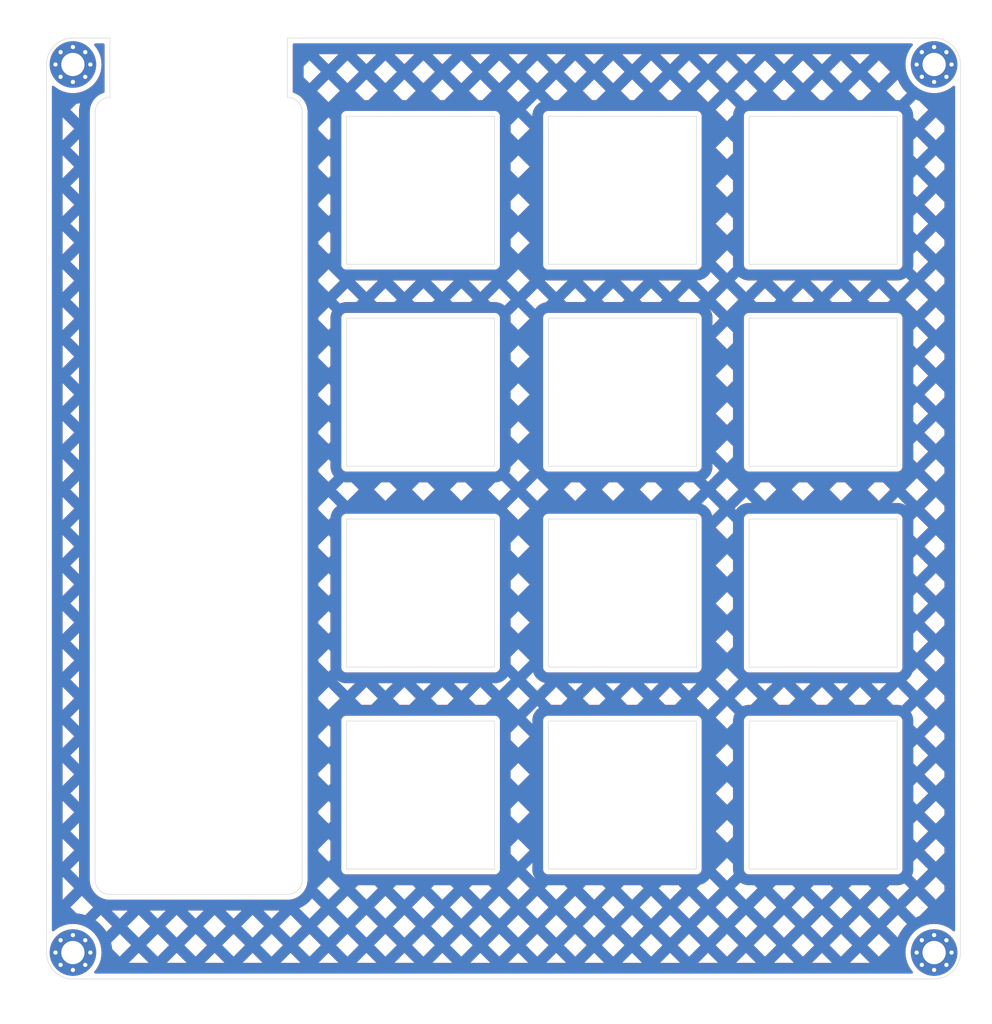
<source format=kicad_pcb>
(kicad_pcb (version 20211014) (generator pcbnew)
  (layers (0 "F.Cu" signal) (31 "B.Cu" signal) (34 "B.Paste" user) (35 "F.Paste" user) (36 "B.SilkS" user "B.Silkscreen") (37 "F.SilkS" user "F.Silkscreen") (38 "B.Mask" user) (39 "F.Mask" user) (44 "Edge.Cuts" user))
  (net 0 "")
  (footprint "MountingHole:MountingHole_2.2mm_M2_Pad_Via" (layer "F.Cu") (at 126.5 28.5)
    (fp_text reference " " (at 0 -3.2) (layer "F.SilkS"))
    (fp_text value "MountingHole")
    (pad "1" thru_hole circle locked (at 1.166726 1.166726) (size 0.7 0.7) (drill 0.4) (layers *.Cu *.Mask))
    (pad "1" thru_hole circle locked (at 0 1.65) (size 0.7 0.7) (drill 0.4) (layers *.Cu *.Mask))
    (pad "1" thru_hole circle locked (at -1.65 0) (size 0.7 0.7) (drill 0.4) (layers *.Cu *.Mask))
    (pad "1" thru_hole circle locked (at 1.65 0) (size 0.7 0.7) (drill 0.4) (layers *.Cu *.Mask))
    (pad "1" thru_hole circle locked (at 1.166726 -1.166726) (size 0.7 0.7) (drill 0.4) (layers *.Cu *.Mask))
    (pad "1" thru_hole circle locked (at -1.166726 -1.166726) (size 0.7 0.7) (drill 0.4) (layers *.Cu *.Mask))
    (pad "1" thru_hole circle locked (at -1.166726 1.166726) (size 0.7 0.7) (drill 0.4) (layers *.Cu *.Mask))
    (pad "1" thru_hole circle locked (at 0 0) (size 4.4 4.4) (drill 2.2) (layers *.Cu *.Mask))
    (pad "1" thru_hole circle locked (at 0 -1.65) (size 0.7 0.7) (drill 0.4) (layers *.Cu *.Mask))
  )
  (footprint "MountingHole:MountingHole_2.2mm_M2_Pad_Via" (layer "F.Cu") (at 208 28.5)
    (fp_text reference " " (at 0 -3.2) (layer "F.SilkS"))
    (fp_text value "MountingHole")
    (pad "1" thru_hole circle locked (at 0 0) (size 4.4 4.4) (drill 2.2) (layers *.Cu *.Mask))
    (pad "1" thru_hole circle locked (at -1.166726 1.166726) (size 0.7 0.7) (drill 0.4) (layers *.Cu *.Mask))
    (pad "1" thru_hole circle locked (at -1.65 0) (size 0.7 0.7) (drill 0.4) (layers *.Cu *.Mask))
    (pad "1" thru_hole circle locked (at 1.65 0) (size 0.7 0.7) (drill 0.4) (layers *.Cu *.Mask))
    (pad "1" thru_hole circle locked (at 1.166726 -1.166726) (size 0.7 0.7) (drill 0.4) (layers *.Cu *.Mask))
    (pad "1" thru_hole circle locked (at 1.166726 1.166726) (size 0.7 0.7) (drill 0.4) (layers *.Cu *.Mask))
    (pad "1" thru_hole circle locked (at 0 1.65) (size 0.7 0.7) (drill 0.4) (layers *.Cu *.Mask))
    (pad "1" thru_hole circle locked (at -1.166726 -1.166726) (size 0.7 0.7) (drill 0.4) (layers *.Cu *.Mask))
    (pad "1" thru_hole circle locked (at 0 -1.65) (size 0.7 0.7) (drill 0.4) (layers *.Cu *.Mask))
  )
  (footprint "MountingHole:MountingHole_2.2mm_M2_Pad_Via" (layer "F.Cu") (at 208 112.5)
    (fp_text reference " " (at 0 -3.2) (layer "F.SilkS"))
    (fp_text value "MountingHole")
    (pad "1" thru_hole circle locked (at -1.65 0) (size 0.7 0.7) (drill 0.4) (layers *.Cu *.Mask))
    (pad "1" thru_hole circle locked (at 1.166726 -1.166726) (size 0.7 0.7) (drill 0.4) (layers *.Cu *.Mask))
    (pad "1" thru_hole circle locked (at 1.166726 1.166726) (size 0.7 0.7) (drill 0.4) (layers *.Cu *.Mask))
    (pad "1" thru_hole circle locked (at 0 1.65) (size 0.7 0.7) (drill 0.4) (layers *.Cu *.Mask))
    (pad "1" thru_hole circle locked (at 1.65 0) (size 0.7 0.7) (drill 0.4) (layers *.Cu *.Mask))
    (pad "1" thru_hole circle locked (at 0 0) (size 4.4 4.4) (drill 2.2) (layers *.Cu *.Mask))
    (pad "1" thru_hole circle locked (at -1.166726 -1.166726) (size 0.7 0.7) (drill 0.4) (layers *.Cu *.Mask))
    (pad "1" thru_hole circle locked (at 0 -1.65) (size 0.7 0.7) (drill 0.4) (layers *.Cu *.Mask))
    (pad "1" thru_hole circle locked (at -1.166726 1.166726) (size 0.7 0.7) (drill 0.4) (layers *.Cu *.Mask))
  )
  (footprint "MountingHole:MountingHole_2.2mm_M2_Pad_Via" (layer "F.Cu") (at 126.5 112.5)
    (fp_text reference " " (at 0 -3.2) (layer "F.SilkS"))
    (fp_text value "MountingHole")
    (pad "1" thru_hole circle locked (at -1.166726 1.166726) (size 0.7 0.7) (drill 0.4) (layers *.Cu *.Mask))
    (pad "1" thru_hole circle locked (at 0 1.65) (size 0.7 0.7) (drill 0.4) (layers *.Cu *.Mask))
    (pad "1" thru_hole circle locked (at -1.65 0) (size 0.7 0.7) (drill 0.4) (layers *.Cu *.Mask))
    (pad "1" thru_hole circle locked (at -1.166726 -1.166726) (size 0.7 0.7) (drill 0.4) (layers *.Cu *.Mask))
    (pad "1" thru_hole circle locked (at 0 0) (size 4.4 4.4) (drill 2.2) (layers *.Cu *.Mask))
    (pad "1" thru_hole circle locked (at 1.65 0) (size 0.7 0.7) (drill 0.4) (layers *.Cu *.Mask))
    (pad "1" thru_hole circle locked (at 1.166726 1.166726) (size 0.7 0.7) (drill 0.4) (layers *.Cu *.Mask))
    (pad "1" thru_hole circle locked (at 1.166726 -1.166726) (size 0.7 0.7) (drill 0.4) (layers *.Cu *.Mask))
    (pad "1" thru_hole circle locked (at 0 -1.65) (size 0.7 0.7) (drill 0.4) (layers *.Cu *.Mask))
  )
  (gr_line (start 126.5 115) (end 208 115) (layer "Edge.Cuts") (width 0.05))
  (gr_line (start 210.5 112.5) (end 210.5 28.5) (layer "Edge.Cuts") (width 0.05))
  (gr_line (start 124 28.5) (end 124 112.5) (layer "Edge.Cuts") (width 0.05))
  (gr_rect (start 152.4 33.4) (end 166.4 47.4) (layer "Edge.Cuts") (width 0.05) (fill none))
  (gr_arc (start 126.5 115) (mid 124.732233 114.267767) (end 124 112.5) (layer "Edge.Cuts") (width 0.05))
  (gr_arc (start 146.8 31.6) (mid 147.789949 32.010051) (end 148.2 33) (layer "Edge.Cuts") (width 0.05))
  (gr_rect (start 152.4 71.5) (end 166.4 85.5) (layer "Edge.Cuts") (width 0.05) (fill none))
  (gr_arc (start 124 28.5) (mid 124.732233 26.732233) (end 126.5 26) (layer "Edge.Cuts") (width 0.05))
  (gr_arc (start 130 107) (mid 129.008794 106.590168) (end 128.596439 105.600009) (layer "Edge.Cuts") (width 0.05))
  (gr_rect (start 171.5 52.5) (end 185.5 66.5) (layer "Edge.Cuts") (width 0.05) (fill none))
  (gr_line (start 130 107) (end 146.8 107) (layer "Edge.Cuts") (width 0.05))
  (gr_rect (start 171.5 71.5) (end 185.5 85.5) (layer "Edge.Cuts") (width 0.05) (fill none))
  (gr_rect (start 190.5 52.5) (end 204.5 66.5) (layer "Edge.Cuts") (width 0.05) (fill none))
  (gr_line (start 126.5 26) (end 130 26) (layer "Edge.Cuts") (width 0.05))
  (gr_rect (start 171.5 33.4) (end 185.5 47.4) (layer "Edge.Cuts") (width 0.05) (fill none))
  (gr_rect (start 152.4 52.5) (end 166.4 66.5) (layer "Edge.Cuts") (width 0.05) (fill none))
  (gr_rect (start 171.5 90.6) (end 185.5 104.6) (layer "Edge.Cuts") (width 0.05) (fill none))
  (gr_arc (start 210.5 112.5) (mid 209.767767 114.267767) (end 208 115) (layer "Edge.Cuts") (width 0.05))
  (gr_arc (start 208 26) (mid 209.767767 26.732233) (end 210.5 28.5) (layer "Edge.Cuts") (width 0.05))
  (gr_rect (start 190.5 90.6) (end 204.5 104.6) (layer "Edge.Cuts") (width 0.05) (fill none))
  (gr_line (start 128.6 33) (end 128.596439 105.600009) (layer "Edge.Cuts") (width 0.05))
  (gr_line (start 146.8 31.6) (end 146.8 26) (layer "Edge.Cuts") (width 0.05))
  (gr_rect (start 190.5 71.5) (end 204.5 85.5) (layer "Edge.Cuts") (width 0.05) (fill none))
  (gr_line (start 130 31.6) (end 130 26) (layer "Edge.Cuts") (width 0.05))
  (gr_arc (start 128.6 33) (mid 129.010051 32.010051) (end 130 31.6) (layer "Edge.Cuts") (width 0.05))
  (gr_line (start 146.8 26) (end 208 26) (layer "Edge.Cuts") (width 0.05))
  (gr_line (start 148.2 105.6) (end 148.2 33) (layer "Edge.Cuts") (width 0.05))
  (gr_rect (start 152.4 90.6) (end 166.4 104.6) (layer "Edge.Cuts") (width 0.05) (fill none))
  (gr_arc (start 148.2 105.6) (mid 147.789949 106.589949) (end 146.8 107) (layer "Edge.Cuts") (width 0.05))
  (gr_rect (start 190.5 33.4) (end 204.5 47.4) (layer "Edge.Cuts") (width 0.05) (fill none))
  (zone (net 0) (net_name "") (layers F&B.Cu) (connect_pads (clearance 0.508)) (min_thickness 0.254) (fill yes (mode hatch) (thermal_gap 0.508) (thermal_bridge_width 0.508) (island_removal_mode 1) (island_area_min 0) (hatch_thickness 1.016) (hatch_gap 1.524) (hatch_orientation 45) (hatch_border_algorithm hatch_thickness) (hatch_min_hole_area 0.3))
    (polygon (pts (xy 213.5 118.6) (xy 119.6 119.3) (xy 120.6 22.7) (xy 213.2 22.4)))
  )
)
</source>
